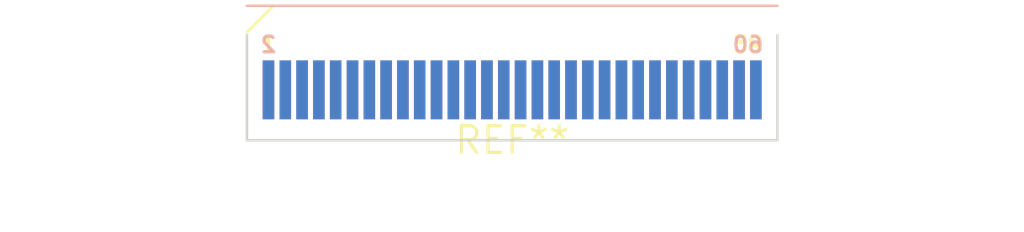
<source format=kicad_pcb>
(kicad_pcb (version 20240108) (generator pcbnew)
  (layers (0 "F.Cu" signal) (31 "B.Cu" signal) (34 "B.Paste" user) (35 "F.Paste" user) (36 "B.SilkS" user "B.Silkscreen") (37 "F.SilkS" user "F.Silkscreen") (38 "B.Mask" user) (39 "F.Mask" user) (44 "Edge.Cuts" user))
  (net 0 "")
  (footprint "Samtec_HSEC8-130-X-X-DV_2x30_P0.8mm_Edge" (layer "F.Cu") (at 0 0)
    (property "Reference" "REF**")
    (property "Value" "Samtec_HSEC8-130-X-X-DV_2x30_P0.8mm_Edge")
    (fp_line (start -12.625 -6.4) (end -12.625 -6.4) (layer "B.SilkS") (stroke (width 0.12)))
    (fp_line (start -12.625 -6.4) (end 12.625 -6.4) (layer "B.SilkS") (stroke (width 0.12)))
    (fp_line (start -12.625 -5.13) (end -11.355 -6.4) (layer "F.SilkS") (stroke (width 0.12)))
    (fp_line (start -11.355 -6.4) (end 12.625 -6.4) (layer "F.SilkS") (stroke (width 0.12)))
    (fp_line (start -12.625 -5) (end -12.625 0) (layer "Edge.Cuts") (stroke (width 0.12)))
    (fp_line (start -12.625 0) (end 12.625 0) (layer "Edge.Cuts") (stroke (width 0.12)))
    (fp_line (start 12.625 0) (end 12.625 -5) (layer "Edge.Cuts") (stroke (width 0.12)))
    (fp_text user "60" (at 11.225 -4.55 0) (layer "B.SilkS") (effects (font (size 0.75 0.75)) (justify mirror)))
    (fp_text user "2" (at -11.6 -4.55 0) (layer "B.SilkS") (effects (font (size 0.75 0.75)) (justify mirror)))
    (fp_text user "59" (at 11.225 -4.55 0) (layer "F.SilkS") (effects (font (size 0.75 0.75))))
    (fp_text user "1" (at -11.6 -4.55 0) (layer "F.SilkS") (effects (font (size 0.75 0.75))))
    (pad "1" connect rect (at -11.6 -2.4) (size 0.55 2.8) (layers "F.Cu" "F.Mask"))
    (pad "2" connect rect (at -11.6 -2.4) (size 0.55 2.8) (layers "B.Cu" "B.Mask"))
    (pad "3" connect rect (at -10.8 -2.4) (size 0.55 2.8) (layers "F.Cu" "F.Mask"))
    (pad "4" connect rect (at -10.8 -2.4) (size 0.55 2.8) (layers "B.Cu" "B.Mask"))
    (pad "5" connect rect (at -10 -2.4) (size 0.55 2.8) (layers "F.Cu" "F.Mask"))
    (pad "6" connect rect (at -10 -2.4) (size 0.55 2.8) (layers "B.Cu" "B.Mask"))
    (pad "7" connect rect (at -9.2 -2.4) (size 0.55 2.8) (layers "F.Cu" "F.Mask"))
    (pad "8" connect rect (at -9.2 -2.4) (size 0.55 2.8) (layers "B.Cu" "B.Mask"))
    (pad "9" connect rect (at -8.4 -2.4) (size 0.55 2.8) (layers "F.Cu" "F.Mask"))
    (pad "10" connect rect (at -8.4 -2.4) (size 0.55 2.8) (layers "B.Cu" "B.Mask"))
    (pad "11" connect rect (at -7.6 -2.4) (size 0.55 2.8) (layers "F.Cu" "F.Mask"))
    (pad "12" connect rect (at -7.6 -2.4) (size 0.55 2.8) (layers "B.Cu" "B.Mask"))
    (pad "13" connect rect (at -6.8 -2.4) (size 0.55 2.8) (layers "F.Cu" "F.Mask"))
    (pad "14" connect rect (at -6.8 -2.4) (size 0.55 2.8) (layers "B.Cu" "B.Mask"))
    (pad "15" connect rect (at -6 -2.4) (size 0.55 2.8) (layers "F.Cu" "F.Mask"))
    (pad "16" connect rect (at -6 -2.4) (size 0.55 2.8) (layers "B.Cu" "B.Mask"))
    (pad "17" connect rect (at -5.2 -2.4) (size 0.55 2.8) (layers "F.Cu" "F.Mask"))
    (pad "18" connect rect (at -5.2 -2.4) (size 0.55 2.8) (layers "B.Cu" "B.Mask"))
    (pad "19" connect rect (at -4.4 -2.4) (size 0.55 2.8) (layers "F.Cu" "F.Mask"))
    (pad "20" connect rect (at -4.4 -2.4) (size 0.55 2.8) (layers "B.Cu" "B.Mask"))
    (pad "21" connect rect (at -3.6 -2.4) (size 0.55 2.8) (layers "F.Cu" "F.Mask"))
    (pad "22" connect rect (at -3.6 -2.4) (size 0.55 2.8) (layers "B.Cu" "B.Mask"))
    (pad "23" connect rect (at -2.8 -2.4) (size 0.55 2.8) (layers "F.Cu" "F.Mask"))
    (pad "24" connect rect (at -2.8 -2.4) (size 0.55 2.8) (layers "B.Cu" "B.Mask"))
    (pad "25" connect rect (at -2 -2.4) (size 0.55 2.8) (layers "F.Cu" "F.Mask"))
    (pad "26" connect rect (at -2 -2.4) (size 0.55 2.8) (layers "B.Cu" "B.Mask"))
    (pad "27" connect rect (at -1.2 -2.4) (size 0.55 2.8) (layers "F.Cu" "F.Mask"))
    (pad "28" connect rect (at -1.2 -2.4) (size 0.55 2.8) (layers "B.Cu" "B.Mask"))
    (pad "29" connect rect (at -0.4 -2.4) (size 0.55 2.8) (layers "F.Cu" "F.Mask"))
    (pad "30" connect rect (at -0.4 -2.4) (size 0.55 2.8) (layers "B.Cu" "B.Mask"))
    (pad "31" connect rect (at 0.4 -2.4) (size 0.55 2.8) (layers "F.Cu" "F.Mask"))
    (pad "32" connect rect (at 0.4 -2.4) (size 0.55 2.8) (layers "B.Cu" "B.Mask"))
    (pad "33" connect rect (at 1.2 -2.4) (size 0.55 2.8) (layers "F.Cu" "F.Mask"))
    (pad "34" connect rect (at 1.2 -2.4) (size 0.55 2.8) (layers "B.Cu" "B.Mask"))
    (pad "35" connect rect (at 2 -2.4) (size 0.55 2.8) (layers "F.Cu" "F.Mask"))
    (pad "36" connect rect (at 2 -2.4) (size 0.55 2.8) (layers "B.Cu" "B.Mask"))
    (pad "37" connect rect (at 2.8 -2.4) (size 0.55 2.8) (layers "F.Cu" "F.Mask"))
    (pad "38" connect rect (at 2.8 -2.4) (size 0.55 2.8) (layers "B.Cu" "B.Mask"))
    (pad "39" connect rect (at 3.6 -2.4) (size 0.55 2.8) (layers "F.Cu" "F.Mask"))
    (pad "40" connect rect (at 3.6 -2.4) (size 0.55 2.8) (layers "B.Cu" "B.Mask"))
    (pad "41" connect rect (at 4.4 -2.4) (size 0.55 2.8) (layers "F.Cu" "F.Mask"))
    (pad "42" connect rect (at 4.4 -2.4) (size 0.55 2.8) (layers "B.Cu" "B.Mask"))
    (pad "43" connect rect (at 5.2 -2.4) (size 0.55 2.8) (layers "F.Cu" "F.Mask"))
    (pad "44" connect rect (at 5.2 -2.4) (size 0.55 2.8) (layers "B.Cu" "B.Mask"))
    (pad "45" connect rect (at 6 -2.4) (size 0.55 2.8) (layers "F.Cu" "F.Mask"))
    (pad "46" connect rect (at 6 -2.4) (size 0.55 2.8) (layers "B.Cu" "B.Mask"))
    (pad "47" connect rect (at 6.8 -2.4) (size 0.55 2.8) (layers "F.Cu" "F.Mask"))
    (pad "48" connect rect (at 6.8 -2.4) (size 0.55 2.8) (layers "B.Cu" "B.Mask"))
    (pad "49" connect rect (at 7.6 -2.4) (size 0.55 2.8) (layers "F.Cu" "F.Mask"))
    (pad "50" connect rect (at 7.6 -2.4) (size 0.55 2.8) (layers "B.Cu" "B.Mask"))
    (pad "51" connect rect (at 8.4 -2.4) (size 0.55 2.8) (layers "F.Cu" "F.Mask"))
    (pad "52" connect rect (at 8.4 -2.4) (size 0.55 2.8) (layers "B.Cu" "B.Mask"))
    (pad "53" connect rect (at 9.2 -2.4) (size 0.55 2.8) (layers "F.Cu" "F.Mask"))
    (pad "54" connect rect (at 9.2 -2.4) (size 0.55 2.8) (layers "B.Cu" "B.Mask"))
    (pad "55" connect rect (at 10 -2.4) (size 0.55 2.8) (layers "F.Cu" "F.Mask"))
    (pad "56" connect rect (at 10 -2.4) (size 0.55 2.8) (layers "B.Cu" "B.Mask"))
    (pad "57" connect rect (at 10.8 -2.4) (size 0.55 2.8) (layers "F.Cu" "F.Mask"))
    (pad "58" connect rect (at 10.8 -2.4) (size 0.55 2.8) (layers "B.Cu" "B.Mask"))
    (pad "59" connect rect (at 11.6 -2.4) (size 0.55 2.8) (layers "F.Cu" "F.Mask"))
    (pad "60" connect rect (at 11.6 -2.4) (size 0.55 2.8) (layers "B.Cu" "B.Mask"))
  )
)
</source>
